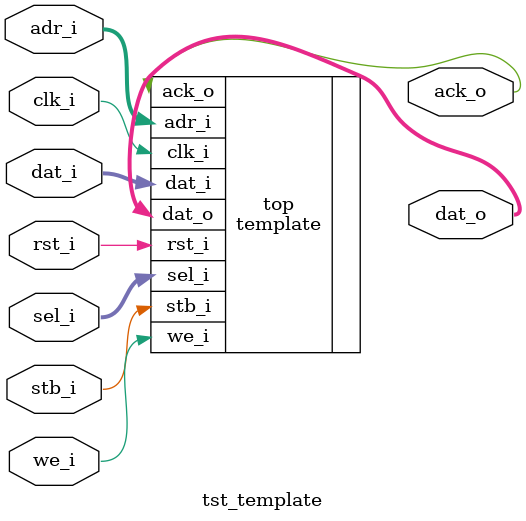
<source format=v>
`include "template.v"
`timescale 1ns/1ns

module tst_template (
    input clk_i,
    input rst_i,

    input stb_i,
    input we_i,
    input [31:2] adr_i,
    input [3:0] sel_i,
    input [31:0] dat_i,
    output reg [31:0] dat_o,
    output ack_o
);

template top(
    .clk_i(clk_i),
    .rst_i(rst_i),
    .stb_i(stb_i),
    .we_i(we_i),
    .adr_i(adr_i),
    .sel_i(sel_i),
    .dat_i(dat_i),
    .dat_o(dat_o),
    .ack_o(ack_o)
);

initial begin
    $dumpfile("logs/vlt_dump.vcd");
    $dumpvars();
end
    
endmodule

</source>
